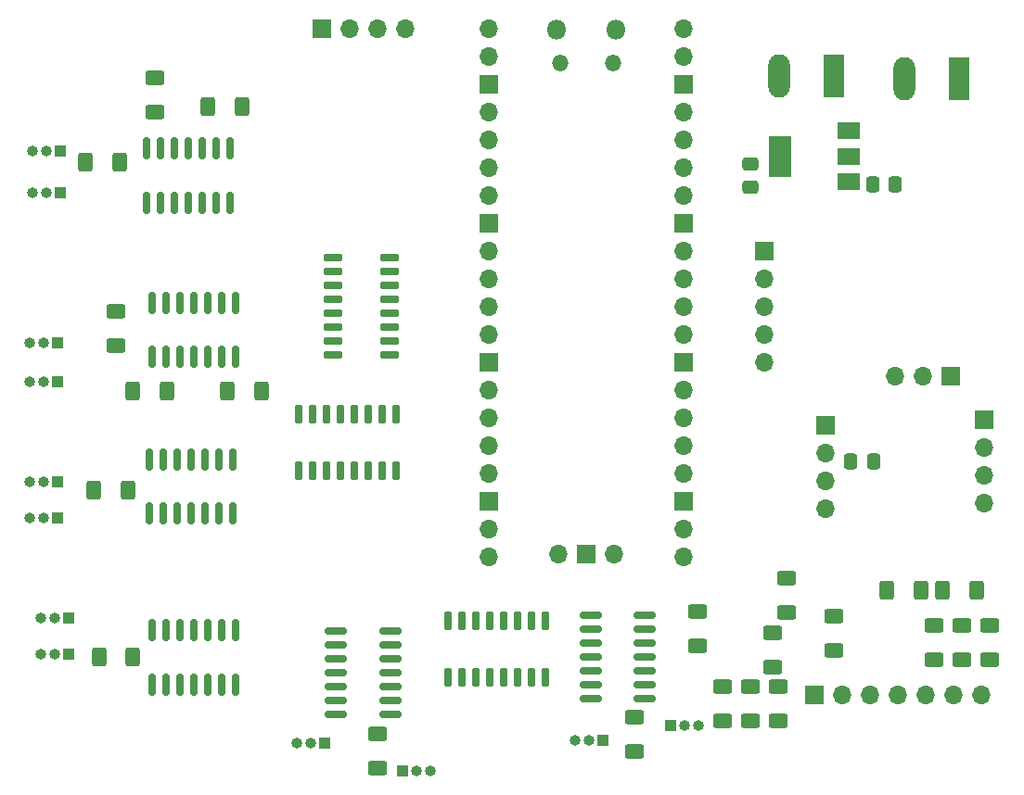
<source format=gbs>
%TF.GenerationSoftware,KiCad,Pcbnew,7.0.1*%
%TF.CreationDate,2023-04-28T23:02:29+02:00*%
%TF.ProjectId,Hexapod_Hardware,48657861-706f-4645-9f48-617264776172,rev?*%
%TF.SameCoordinates,Original*%
%TF.FileFunction,Soldermask,Bot*%
%TF.FilePolarity,Negative*%
%FSLAX46Y46*%
G04 Gerber Fmt 4.6, Leading zero omitted, Abs format (unit mm)*
G04 Created by KiCad (PCBNEW 7.0.1) date 2023-04-28 23:02:29*
%MOMM*%
%LPD*%
G01*
G04 APERTURE LIST*
G04 Aperture macros list*
%AMRoundRect*
0 Rectangle with rounded corners*
0 $1 Rounding radius*
0 $2 $3 $4 $5 $6 $7 $8 $9 X,Y pos of 4 corners*
0 Add a 4 corners polygon primitive as box body*
4,1,4,$2,$3,$4,$5,$6,$7,$8,$9,$2,$3,0*
0 Add four circle primitives for the rounded corners*
1,1,$1+$1,$2,$3*
1,1,$1+$1,$4,$5*
1,1,$1+$1,$6,$7*
1,1,$1+$1,$8,$9*
0 Add four rect primitives between the rounded corners*
20,1,$1+$1,$2,$3,$4,$5,0*
20,1,$1+$1,$4,$5,$6,$7,0*
20,1,$1+$1,$6,$7,$8,$9,0*
20,1,$1+$1,$8,$9,$2,$3,0*%
G04 Aperture macros list end*
%ADD10R,1.700000X1.700000*%
%ADD11O,1.700000X1.700000*%
%ADD12R,1.980000X3.960000*%
%ADD13O,1.980000X3.960000*%
%ADD14R,1.000000X1.000000*%
%ADD15O,1.000000X1.000000*%
%ADD16O,1.800000X1.800000*%
%ADD17O,1.500000X1.500000*%
%ADD18RoundRect,0.150000X-0.825000X-0.150000X0.825000X-0.150000X0.825000X0.150000X-0.825000X0.150000X0*%
%ADD19R,2.000000X1.500000*%
%ADD20R,2.000000X3.800000*%
%ADD21RoundRect,0.250000X-0.400000X-0.625000X0.400000X-0.625000X0.400000X0.625000X-0.400000X0.625000X0*%
%ADD22RoundRect,0.150000X-0.725000X-0.150000X0.725000X-0.150000X0.725000X0.150000X-0.725000X0.150000X0*%
%ADD23RoundRect,0.250000X-0.625000X0.400000X-0.625000X-0.400000X0.625000X-0.400000X0.625000X0.400000X0*%
%ADD24RoundRect,0.250000X0.625000X-0.400000X0.625000X0.400000X-0.625000X0.400000X-0.625000X-0.400000X0*%
%ADD25RoundRect,0.250000X0.400000X0.625000X-0.400000X0.625000X-0.400000X-0.625000X0.400000X-0.625000X0*%
%ADD26RoundRect,0.150000X-0.150000X0.825000X-0.150000X-0.825000X0.150000X-0.825000X0.150000X0.825000X0*%
%ADD27RoundRect,0.250000X-0.337500X-0.475000X0.337500X-0.475000X0.337500X0.475000X-0.337500X0.475000X0*%
%ADD28RoundRect,0.150000X0.150000X-0.725000X0.150000X0.725000X-0.150000X0.725000X-0.150000X-0.725000X0*%
%ADD29RoundRect,0.250000X-0.475000X0.337500X-0.475000X-0.337500X0.475000X-0.337500X0.475000X0.337500X0*%
%ADD30RoundRect,0.150000X0.150000X-0.825000X0.150000X0.825000X-0.150000X0.825000X-0.150000X-0.825000X0*%
%ADD31RoundRect,0.250000X0.337500X0.475000X-0.337500X0.475000X-0.337500X-0.475000X0.337500X-0.475000X0*%
G04 APERTURE END LIST*
D10*
%TO.C,J20*%
X132588000Y-81466629D03*
D11*
X132588000Y-84006629D03*
X132588000Y-86546629D03*
X132588000Y-89086629D03*
%TD*%
D12*
%TO.C,J18*%
X133321000Y-49530000D03*
D13*
X128321000Y-49530000D03*
%TD*%
D14*
%TO.C,J9*%
X63500000Y-99060000D03*
D15*
X62230000Y-99060000D03*
X60960000Y-99060000D03*
%TD*%
D10*
%TO.C,J2*%
X86614000Y-45212000D03*
D11*
X89154000Y-45212000D03*
X91694000Y-45212000D03*
X94234000Y-45212000D03*
%TD*%
D14*
%TO.C,J11*%
X86873000Y-110490000D03*
D15*
X85603000Y-110490000D03*
X84333000Y-110490000D03*
%TD*%
D10*
%TO.C,J23*%
X144018000Y-76949629D03*
D11*
X141478000Y-76949629D03*
X138938000Y-76949629D03*
%TD*%
D14*
%TO.C,J12*%
X93980000Y-113030000D03*
D15*
X95250000Y-113030000D03*
X96520000Y-113030000D03*
%TD*%
D14*
%TO.C,J14*%
X118461500Y-108933500D03*
D15*
X119731500Y-108933500D03*
X121001500Y-108933500D03*
%TD*%
D14*
%TO.C,J10*%
X63500000Y-102362000D03*
D15*
X62230000Y-102362000D03*
X60960000Y-102362000D03*
%TD*%
D14*
%TO.C,J4*%
X62738000Y-60198000D03*
D15*
X61468000Y-60198000D03*
X60198000Y-60198000D03*
%TD*%
D14*
%TO.C,J6*%
X62489000Y-77470000D03*
D15*
X61219000Y-77470000D03*
X59949000Y-77470000D03*
%TD*%
D14*
%TO.C,J3*%
X62738000Y-56388000D03*
D15*
X61468000Y-56388000D03*
X60198000Y-56388000D03*
%TD*%
D14*
%TO.C,J5*%
X62484000Y-73914000D03*
D15*
X61214000Y-73914000D03*
X59944000Y-73914000D03*
%TD*%
D10*
%TO.C,J22*%
X131572000Y-106094629D03*
D11*
X134112000Y-106094629D03*
X136652000Y-106094629D03*
X139192000Y-106094629D03*
X141732000Y-106094629D03*
X144272000Y-106094629D03*
X146812000Y-106094629D03*
%TD*%
D10*
%TO.C,J21*%
X147066000Y-80958629D03*
D11*
X147066000Y-83498629D03*
X147066000Y-86038629D03*
X147066000Y-88578629D03*
%TD*%
D12*
%TO.C,J19*%
X144751000Y-49784000D03*
D13*
X139751000Y-49784000D03*
%TD*%
D14*
%TO.C,J13*%
X112268000Y-110236000D03*
D15*
X110998000Y-110236000D03*
X109728000Y-110236000D03*
%TD*%
D14*
%TO.C,J8*%
X62484000Y-89916000D03*
D15*
X61214000Y-89916000D03*
X59944000Y-89916000D03*
%TD*%
D16*
%TO.C,U1*%
X108019000Y-45342000D03*
D17*
X108319000Y-48372000D03*
X113169000Y-48372000D03*
D16*
X113469000Y-45342000D03*
D11*
X101854000Y-45212000D03*
X101854000Y-47752000D03*
D10*
X101854000Y-50292000D03*
D11*
X101854000Y-52832000D03*
X101854000Y-55372000D03*
X101854000Y-57912000D03*
X101854000Y-60452000D03*
D10*
X101854000Y-62992000D03*
D11*
X101854000Y-65532000D03*
X101854000Y-68072000D03*
X101854000Y-70612000D03*
X101854000Y-73152000D03*
D10*
X101854000Y-75692000D03*
D11*
X101854000Y-78232000D03*
X101854000Y-80772000D03*
X101854000Y-83312000D03*
X101854000Y-85852000D03*
D10*
X101854000Y-88392000D03*
D11*
X101854000Y-90932000D03*
X101854000Y-93472000D03*
X119634000Y-93472000D03*
X119634000Y-90932000D03*
D10*
X119634000Y-88392000D03*
D11*
X119634000Y-85852000D03*
X119634000Y-83312000D03*
X119634000Y-80772000D03*
X119634000Y-78232000D03*
D10*
X119634000Y-75692000D03*
D11*
X119634000Y-73152000D03*
X119634000Y-70612000D03*
X119634000Y-68072000D03*
X119634000Y-65532000D03*
D10*
X119634000Y-62992000D03*
D11*
X119634000Y-60452000D03*
X119634000Y-57912000D03*
X119634000Y-55372000D03*
X119634000Y-52832000D03*
D10*
X119634000Y-50292000D03*
D11*
X119634000Y-47752000D03*
X119634000Y-45212000D03*
X108204000Y-93242000D03*
D10*
X110744000Y-93242000D03*
D11*
X113284000Y-93242000D03*
%TD*%
D14*
%TO.C,J7*%
X62484000Y-86614000D03*
D15*
X61214000Y-86614000D03*
X59944000Y-86614000D03*
%TD*%
D10*
%TO.C,J1*%
X127000000Y-65532000D03*
D11*
X127000000Y-68072000D03*
X127000000Y-70612000D03*
X127000000Y-73152000D03*
X127000000Y-75692000D03*
%TD*%
D18*
%TO.C,U7*%
X111128000Y-106426000D03*
X111128000Y-105156000D03*
X111128000Y-103886000D03*
X111128000Y-102616000D03*
X111128000Y-101346000D03*
X111128000Y-100076000D03*
X111128000Y-98806000D03*
X116078000Y-98806000D03*
X116078000Y-100076000D03*
X116078000Y-101346000D03*
X116078000Y-102616000D03*
X116078000Y-103886000D03*
X116078000Y-105156000D03*
X116078000Y-106426000D03*
%TD*%
D19*
%TO.C,U8*%
X134722000Y-54596000D03*
X134722000Y-56896000D03*
D20*
X128422000Y-56896000D03*
D19*
X134722000Y-59196000D03*
%TD*%
D21*
%TO.C,R55*%
X77952000Y-78326500D03*
X81052000Y-78326500D03*
%TD*%
D22*
%TO.C,IC1*%
X87595000Y-75057000D03*
X87595000Y-73787000D03*
X87595000Y-72517000D03*
X87595000Y-71247000D03*
X87595000Y-69977000D03*
X87595000Y-68707000D03*
X87595000Y-67437000D03*
X87595000Y-66167000D03*
X92745000Y-66167000D03*
X92745000Y-67437000D03*
X92745000Y-68707000D03*
X92745000Y-69977000D03*
X92745000Y-71247000D03*
X92745000Y-72517000D03*
X92745000Y-73787000D03*
X92745000Y-75057000D03*
%TD*%
D23*
%TO.C,R2*%
X67818000Y-71068000D03*
X67818000Y-74168000D03*
%TD*%
D24*
%TO.C,R41*%
X145034000Y-102896000D03*
X145034000Y-99796000D03*
%TD*%
%TO.C,R53*%
X71374000Y-52858000D03*
X71374000Y-49758000D03*
%TD*%
%TO.C,R30*%
X115159500Y-111245500D03*
X115159500Y-108145500D03*
%TD*%
D25*
%TO.C,R51*%
X141250000Y-96520000D03*
X138150000Y-96520000D03*
%TD*%
D21*
%TO.C,R54*%
X76174000Y-52324000D03*
X79274000Y-52324000D03*
%TD*%
D24*
%TO.C,R40*%
X123190000Y-108484000D03*
X123190000Y-105384000D03*
%TD*%
D26*
%TO.C,U4*%
X70866000Y-84582000D03*
X72136000Y-84582000D03*
X73406000Y-84582000D03*
X74676000Y-84582000D03*
X75946000Y-84582000D03*
X77216000Y-84582000D03*
X78486000Y-84582000D03*
X78486000Y-89532000D03*
X77216000Y-89532000D03*
X75946000Y-89532000D03*
X74676000Y-89532000D03*
X73406000Y-89532000D03*
X72136000Y-89532000D03*
X70866000Y-89532000D03*
%TD*%
D27*
%TO.C,C4*%
X136884500Y-59436000D03*
X138959500Y-59436000D03*
%TD*%
D28*
%TO.C,IC3*%
X106992000Y-104531000D03*
X105722000Y-104531000D03*
X104452000Y-104531000D03*
X103182000Y-104531000D03*
X101912000Y-104531000D03*
X100642000Y-104531000D03*
X99372000Y-104531000D03*
X98102000Y-104531000D03*
X98102000Y-99381000D03*
X99372000Y-99381000D03*
X100642000Y-99381000D03*
X101912000Y-99381000D03*
X103182000Y-99381000D03*
X104452000Y-99381000D03*
X105722000Y-99381000D03*
X106992000Y-99381000D03*
%TD*%
D24*
%TO.C,R28*%
X91694000Y-112802000D03*
X91694000Y-109702000D03*
%TD*%
D23*
%TO.C,R50*%
X127762000Y-100454629D03*
X127762000Y-103554629D03*
%TD*%
D24*
%TO.C,R52*%
X147574000Y-102896000D03*
X147574000Y-99796000D03*
%TD*%
D21*
%TO.C,R15*%
X65760000Y-87376000D03*
X68860000Y-87376000D03*
%TD*%
D24*
%TO.C,R39*%
X128270000Y-108484000D03*
X128270000Y-105384000D03*
%TD*%
D23*
%TO.C,R45*%
X129032000Y-95478000D03*
X129032000Y-98578000D03*
%TD*%
D29*
%TO.C,C5*%
X125730000Y-57636500D03*
X125730000Y-59711500D03*
%TD*%
D25*
%TO.C,R11*%
X72416000Y-78326500D03*
X69316000Y-78326500D03*
%TD*%
D23*
%TO.C,R38*%
X120904000Y-98526000D03*
X120904000Y-101626000D03*
%TD*%
D25*
%TO.C,R46*%
X146330000Y-96520000D03*
X143230000Y-96520000D03*
%TD*%
D24*
%TO.C,R43*%
X125730000Y-108484000D03*
X125730000Y-105384000D03*
%TD*%
D18*
%TO.C,U6*%
X87884000Y-107924000D03*
X87884000Y-106654000D03*
X87884000Y-105384000D03*
X87884000Y-104114000D03*
X87884000Y-102844000D03*
X87884000Y-101574000D03*
X87884000Y-100304000D03*
X92834000Y-100304000D03*
X92834000Y-101574000D03*
X92834000Y-102844000D03*
X92834000Y-104114000D03*
X92834000Y-105384000D03*
X92834000Y-106654000D03*
X92834000Y-107924000D03*
%TD*%
D26*
%TO.C,U5*%
X71120000Y-100206000D03*
X72390000Y-100206000D03*
X73660000Y-100206000D03*
X74930000Y-100206000D03*
X76200000Y-100206000D03*
X77470000Y-100206000D03*
X78740000Y-100206000D03*
X78740000Y-105156000D03*
X77470000Y-105156000D03*
X76200000Y-105156000D03*
X74930000Y-105156000D03*
X73660000Y-105156000D03*
X72390000Y-105156000D03*
X71120000Y-105156000D03*
%TD*%
D25*
%TO.C,R3*%
X68098000Y-57404000D03*
X64998000Y-57404000D03*
%TD*%
D24*
%TO.C,R42*%
X142494000Y-102896000D03*
X142494000Y-99796000D03*
%TD*%
%TO.C,R44*%
X133350000Y-102056629D03*
X133350000Y-98956629D03*
%TD*%
D28*
%TO.C,IC2*%
X93345000Y-85633000D03*
X92075000Y-85633000D03*
X90805000Y-85633000D03*
X89535000Y-85633000D03*
X88265000Y-85633000D03*
X86995000Y-85633000D03*
X85725000Y-85633000D03*
X84455000Y-85633000D03*
X84455000Y-80483000D03*
X85725000Y-80483000D03*
X86995000Y-80483000D03*
X88265000Y-80483000D03*
X89535000Y-80483000D03*
X90805000Y-80483000D03*
X92075000Y-80483000D03*
X93345000Y-80483000D03*
%TD*%
D21*
%TO.C,R17*%
X66249500Y-102616000D03*
X69349500Y-102616000D03*
%TD*%
D26*
%TO.C,U3*%
X70612000Y-56199000D03*
X71882000Y-56199000D03*
X73152000Y-56199000D03*
X74422000Y-56199000D03*
X75692000Y-56199000D03*
X76962000Y-56199000D03*
X78232000Y-56199000D03*
X78232000Y-61149000D03*
X76962000Y-61149000D03*
X75692000Y-61149000D03*
X74422000Y-61149000D03*
X73152000Y-61149000D03*
X71882000Y-61149000D03*
X70612000Y-61149000D03*
%TD*%
D30*
%TO.C,U2*%
X78740000Y-75213500D03*
X77470000Y-75213500D03*
X76200000Y-75213500D03*
X74930000Y-75213500D03*
X73660000Y-75213500D03*
X72390000Y-75213500D03*
X71120000Y-75213500D03*
X71120000Y-70263500D03*
X72390000Y-70263500D03*
X73660000Y-70263500D03*
X74930000Y-70263500D03*
X76200000Y-70263500D03*
X77470000Y-70263500D03*
X78740000Y-70263500D03*
%TD*%
D31*
%TO.C,C8*%
X136949000Y-84758629D03*
X134874000Y-84758629D03*
%TD*%
M02*

</source>
